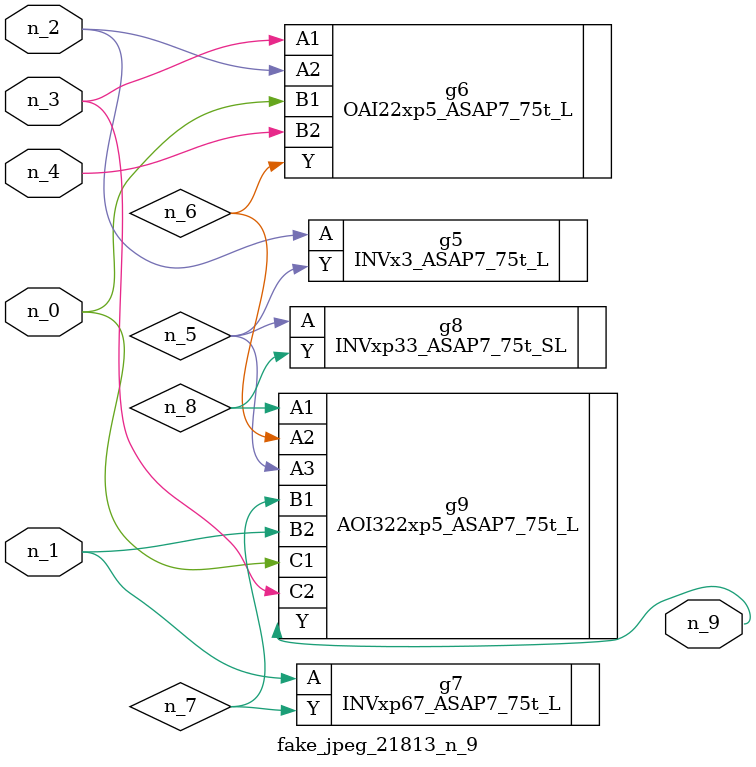
<source format=v>
module fake_jpeg_21813_n_9 (n_3, n_2, n_1, n_0, n_4, n_9);

input n_3;
input n_2;
input n_1;
input n_0;
input n_4;

output n_9;

wire n_8;
wire n_6;
wire n_5;
wire n_7;

INVx3_ASAP7_75t_L g5 ( 
.A(n_2),
.Y(n_5)
);

OAI22xp5_ASAP7_75t_L g6 ( 
.A1(n_3),
.A2(n_2),
.B1(n_0),
.B2(n_4),
.Y(n_6)
);

INVxp67_ASAP7_75t_L g7 ( 
.A(n_1),
.Y(n_7)
);

INVxp33_ASAP7_75t_SL g8 ( 
.A(n_5),
.Y(n_8)
);

AOI322xp5_ASAP7_75t_L g9 ( 
.A1(n_8),
.A2(n_6),
.A3(n_5),
.B1(n_7),
.B2(n_1),
.C1(n_0),
.C2(n_3),
.Y(n_9)
);


endmodule
</source>
